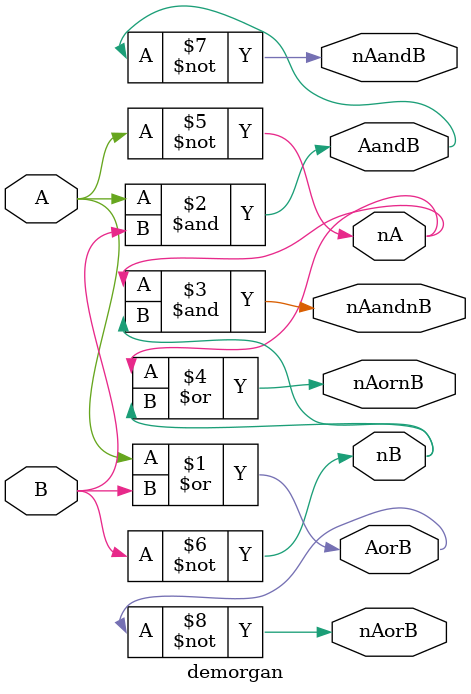
<source format=v>
module demorgan
(
  input  A,          // Single bit inputs
  input  B,
  output nA,         // Output intermediate complemented inputs
  output nB,
  output nAandnB,     // Single bit output, (~A)*(~B)
  output nAornB,
  output AorB,
  output AandB,
  output nAorB,
  output nAandB
);

  wire nA;
  wire nB;
  wire nAornB;
  wire AorB;
  wire AandB;
  wire nAorB;
  wire nAandB;

  not Ainv(nA, A);  	// Top inverter is named Ainv, takes signal A as input and produces signal nA
  not Binv(nB, B);
  or or1(AorB, A, B);
  and and1(AandB, A, B);
  and andgate(nAandnB, nA, nB); 	// AND gate produces nAandnB from nA and nB
  or or2(nAornB, nA, nB); // OR gate produces nAornB from nA and nB
  not andinv(nAandB, AandB);
  not orinv(nAorB, AorB);

endmodule

</source>
